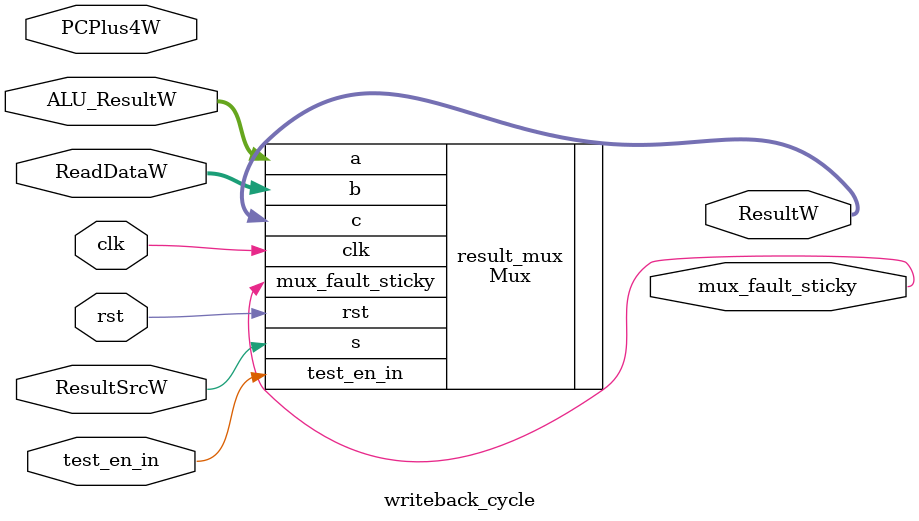
<source format=v>
module writeback_cycle(
    input clk, rst, test_en_in,
    input ResultSrcW,
   // input [38:0] PCPlus4W_ECC, ALU_ResultW_ECC, ReadDataW_ECC,
   input [31:0] PCPlus4W, ALU_ResultW, ReadDataW,
    output [31:0] ResultW,
    output mux_fault_sticky
);
   // wire [31:0] PCPlus4W, ALU_ResultW, ReadDataW;

    // ECC Decoders
//    hamming_ecc_unit dec_alu (.code_in(ALU_ResultW_ECC), .data_out(ALU_ResultW));
//    hamming_ecc_unit dec_mem (.code_in(ReadDataW_ECC),  .data_out(ReadDataW));
//    hamming_ecc_unit dec_pc4 (.code_in(PCPlus4W_ECC),   .data_out(PCPlus4W));

    // BIST-Hardened Result Mux
    Mux result_mux (
        .clk(clk), 
        .rst(rst), 
        .test_en_in(test_en_in),
        .a(ALU_ResultW), 
        .b(ReadDataW), 
        .s(ResultSrcW),
        .c(ResultW), 
        .mux_fault_sticky(mux_fault_sticky)
    );
endmodule
</source>
